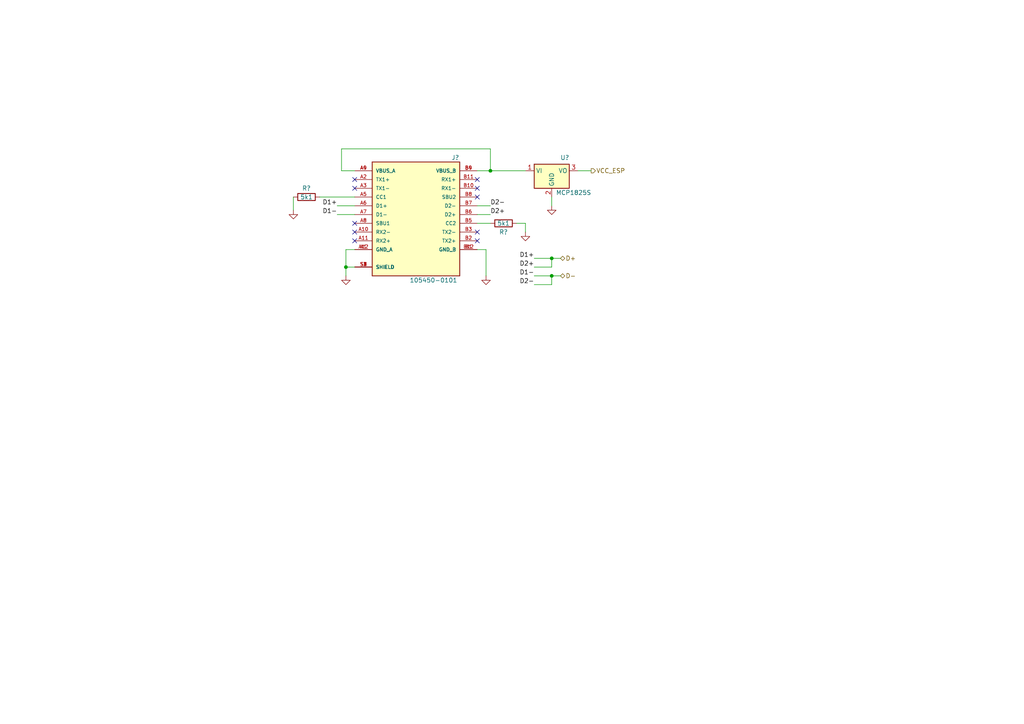
<source format=kicad_sch>
(kicad_sch (version 20211123) (generator eeschema)
  (paper "A4")
  (lib_symbols
    (symbol "105450-0101:105450-0101" (pin_names (offset 1.016))
      (property "Reference" "J" (at -12.7 16.002 0))
      (property "Value" "105450-0101" (at -12.7 -18.542 0))
      (symbol "105450-0101_0_0"
        (rectangle (start -12.7 -17.78) (end 12.7 15.24) (stroke (width 0.254)) (fill (type background)))
        (pin power_in line (at -17.78 -10.16 0) (length 5.08) (name "GND_A") (number "A1"))
        (pin bidirectional line (at -17.78 -5.08 0) (length 5.08) (name "RX2-") (number "A10"))
        (pin bidirectional line (at -17.78 -7.62 0) (length 5.08) (name "RX2+") (number "A11"))
        (pin power_in line (at -17.78 -10.16 0) (length 5.08) (name "GND_A") (number "A12"))
        (pin bidirectional line (at -17.78 10.16 0) (length 5.08) (name "TX1+") (number "A2"))
        (pin bidirectional line (at -17.78 7.62 0) (length 5.08) (name "TX1-") (number "A3"))
        (pin power_in line (at -17.78 12.7 0) (length 5.08) (name "VBUS_A") (number "A4"))
        (pin bidirectional line (at -17.78 5.08 0) (length 5.08) (name "CC1") (number "A5"))
        (pin bidirectional line (at -17.78 2.54 0) (length 5.08) (name "D1+") (number "A6"))
        (pin bidirectional line (at -17.78 0 0) (length 5.08) (name "D1-") (number "A7"))
        (pin bidirectional line (at -17.78 -2.54 0) (length 5.08) (name "SBU1") (number "A8"))
        (pin power_in line (at -17.78 12.7 0) (length 5.08) (name "VBUS_A") (number "A9"))
        (pin power_in line (at 17.78 -10.16 180) (length 5.08) (name "GND_B") (number "B1"))
        (pin bidirectional line (at 17.78 7.62 180) (length 5.08) (name "RX1-") (number "B10"))
        (pin bidirectional line (at 17.78 10.16 180) (length 5.08) (name "RX1+") (number "B11"))
        (pin power_in line (at 17.78 -10.16 180) (length 5.08) (name "GND_B") (number "B12"))
        (pin bidirectional line (at 17.78 -7.62 180) (length 5.08) (name "TX2+") (number "B2"))
        (pin bidirectional line (at 17.78 -5.08 180) (length 5.08) (name "TX2-") (number "B3"))
        (pin power_in line (at 17.78 12.7 180) (length 5.08) (name "VBUS_B") (number "B4"))
        (pin bidirectional line (at 17.78 -2.54 180) (length 5.08) (name "CC2") (number "B5"))
        (pin bidirectional line (at 17.78 0 180) (length 5.08) (name "D2+") (number "B6"))
        (pin bidirectional line (at 17.78 2.54 180) (length 5.08) (name "D2-") (number "B7"))
        (pin bidirectional line (at 17.78 5.08 180) (length 5.08) (name "SBU2") (number "B8"))
        (pin power_in line (at 17.78 12.7 180) (length 5.08) (name "VBUS_B") (number "B9"))
        (pin passive line (at -17.78 -15.24 0) (length 5.08) (name "SHIELD") (number "S1"))
        (pin passive line (at -17.78 -15.24 0) (length 5.08) (name "SHIELD") (number "S2"))
        (pin passive line (at -17.78 -15.24 0) (length 5.08) (name "SHIELD") (number "S3"))
        (pin passive line (at -17.78 -15.24 0) (length 5.08) (name "SHIELD") (number "S4"))
      )
    )
    (symbol "Device:R" (pin_numbers hide) (pin_names (offset 0))
      (property "Reference" "R" (at 2.032 0 90))
      (property "Value" "R" (at 0 0 90))
      (symbol "R_0_1"
        (rectangle (start -1.016 -2.54) (end 1.016 2.54) (stroke (width 0.254)))
      )
      (symbol "R_1_1"
        (pin passive line (at 0 3.81 270) (length 1.27) (name "~") (number "1"))
        (pin passive line (at 0 -3.81 90) (length 1.27) (name "~") (number "2"))
      )
    )
    (symbol "Regulator_Linear:MCP1825S"
      (property "Reference" "U" (at -3.81 3.175 0))
      (property "Value" "MCP1825S" (at 0 3.175 0))
      (symbol "MCP1825S_0_1"
        (rectangle (start -5.08 1.905) (end 5.08 -5.08) (stroke (width 0.254)) (fill (type background)))
      )
      (symbol "MCP1825S_1_1"
        (pin power_in line (at -7.62 0 0) (length 2.54) (name "VI") (number "1"))
        (pin power_in line (at 0 -7.62 90) (length 2.54) (name "GND") (number "2"))
        (pin power_out line (at 7.62 0 180) (length 2.54) (name "VO") (number "3"))
      )
    )
    (symbol "power:GND" (power) (pin_names (offset 0))
      (property "Value" "GND" (at 0 -3.81 0))
      (symbol "GND_0_1"
        (polyline (pts (xy 0 0) (xy 0 -1.27) (xy 1.27 -1.27) (xy 0 -2.54) (xy -1.27 -1.27) (xy 0 -1.27)))
      )
      (symbol "GND_1_1"
        (pin power_in line (at 0 0 270) (length 0) hide (name "GND") (number "1"))
      )
    )
  )
  (junction (at 160.02 74.93))
  (junction (at 100.33 77.47))
  (junction (at 142.24 49.53))
  (junction (at 160.02 80.01))
  (no_connect (at 138.43 57.15))
  (no_connect (at 138.43 52.07))
  (no_connect (at 102.87 67.31))
  (no_connect (at 138.43 67.31))
  (no_connect (at 102.87 54.61))
  (no_connect (at 102.87 69.85))
  (no_connect (at 102.87 52.07))
  (no_connect (at 138.43 54.61))
  (no_connect (at 102.87 64.77))
  (no_connect (at 138.43 69.85))
  (wire (pts (xy 92.71 57.15) (xy 102.87 57.15)))
  (wire (pts (xy 160.02 77.47) (xy 160.02 74.93)))
  (wire (pts (xy 102.87 77.47) (xy 100.33 77.47)))
  (wire (pts (xy 102.87 49.53) (xy 99.06 49.53)))
  (wire (pts (xy 99.06 43.18) (xy 142.24 43.18)))
  (wire (pts (xy 149.86 64.77) (xy 152.4 64.77)))
  (wire (pts (xy 154.94 80.01) (xy 160.02 80.01)))
  (wire (pts (xy 138.43 64.77) (xy 142.24 64.77)))
  (wire (pts (xy 97.79 62.23) (xy 102.87 62.23)))
  (wire (pts (xy 142.24 49.53) (xy 152.4 49.53)))
  (wire (pts (xy 100.33 77.47) (xy 100.33 80.01)))
  (wire (pts (xy 154.94 82.55) (xy 160.02 82.55)))
  (wire (pts (xy 140.97 72.39) (xy 140.97 80.01)))
  (wire (pts (xy 160.02 82.55) (xy 160.02 80.01)))
  (wire (pts (xy 142.24 43.18) (xy 142.24 49.53)))
  (wire (pts (xy 154.94 74.93) (xy 160.02 74.93)))
  (wire (pts (xy 138.43 72.39) (xy 140.97 72.39)))
  (wire (pts (xy 138.43 62.23) (xy 142.24 62.23)))
  (wire (pts (xy 85.09 57.15) (xy 85.09 60.96)))
  (wire (pts (xy 100.33 72.39) (xy 100.33 77.47)))
  (wire (pts (xy 152.4 64.77) (xy 152.4 67.31)))
  (wire (pts (xy 138.43 59.69) (xy 142.24 59.69)))
  (wire (pts (xy 160.02 80.01) (xy 162.56 80.01)))
  (wire (pts (xy 167.64 49.53) (xy 171.45 49.53)))
  (wire (pts (xy 102.87 72.39) (xy 100.33 72.39)))
  (wire (pts (xy 160.02 74.93) (xy 162.56 74.93)))
  (wire (pts (xy 142.24 49.53) (xy 138.43 49.53)))
  (wire (pts (xy 154.94 77.47) (xy 160.02 77.47)))
  (wire (pts (xy 99.06 49.53) (xy 99.06 43.18)))
  (wire (pts (xy 97.79 59.69) (xy 102.87 59.69)))
  (wire (pts (xy 160.02 57.15) (xy 160.02 59.69)))
  (label "D1+" (at 97.79 59.69 180))
  (label "D2-" (at 154.94 82.55 180))
  (label "D1-" (at 154.94 80.01 180))
  (label "D2-" (at 142.24 59.69 0))
  (label "D2+" (at 154.94 77.47 180))
  (label "D1-" (at 97.79 62.23 180))
  (label "D1+" (at 154.94 74.93 180))
  (label "D2+" (at 142.24 62.23 0))
  (hierarchical_label "D+" (shape bidirectional) (at 162.56 74.93 0))
  (hierarchical_label "D-" (shape bidirectional) (at 162.56 80.01 0))
  (hierarchical_label "VCC_ESP" (shape output) (at 171.45 49.53 0))
  (symbol (lib_id "Device:R") (at 146.05 64.77 90) (unit 1)
    (property "Reference" "R?" (at 146.05 67.31 90))
    (property "Value" "5k1" (at 146.05 64.77 90))
  )
  (symbol (lib_id "105450-0101:105450-0101") (at 120.65 62.23 0) (unit 1)
    (property "Reference" "J?" (at 132.08 45.72 0))
    (property "Value" "105450-0101" (at 125.73 81.28 0))
    (property "Footprint" "MOLEX_105450-0101" (effects hide))
    (property "MAXIMUM_PACKAGE_HEIGHT" "3.24mm" (effects hide))
    (property "MANUFACTURER" "Molex" (effects hide))
    (property "PARTREV" "A7" (effects hide))
    (property "STANDARD" "Manufacturer Recommendations" (effects hide))
  )
  (symbol (lib_id "power:GND") (at 85.09 60.96 0) (unit 1)
    (property "Reference" "#PWR?" (effects hide))
    (property "Value" "GND" (effects hide))
  )
  (symbol (lib_id "power:GND") (at 140.97 80.01 0) (unit 1)
    (property "Reference" "#PWR?" (effects hide))
    (property "Value" "GND" (effects hide))
  )
  (symbol (lib_id "power:GND") (at 152.4 67.31 0) (unit 1)
    (property "Reference" "#PWR?" (effects hide))
    (property "Value" "GND" (effects hide))
  )
  (symbol (lib_id "Regulator_Linear:MCP1825S") (at 160.02 49.53 0) (unit 1)
    (property "Reference" "U?" (at 163.83 45.72 0))
    (property "Value" "MCP1825S" (at 166.37 55.88 0))
    (property "Datasheet" "http://ww1.microchip.com/downloads/en/devicedoc/22056b.pdf" (effects hide))
  )
  (symbol (lib_id "power:GND") (at 160.02 59.69 0) (unit 1)
    (property "Reference" "#PWR?" (effects hide))
    (property "Value" "GND" (effects hide))
  )
  (symbol (lib_id "power:GND") (at 100.33 80.01 0) (unit 1)
    (property "Reference" "#PWR?" (effects hide))
    (property "Value" "GND" (effects hide))
  )
  (symbol (lib_id "Device:R") (at 88.9 57.15 270) (unit 1)
    (property "Reference" "R?" (at 88.9 54.61 90))
    (property "Value" "5k1" (at 88.9 57.15 90))
  )
)
</source>
